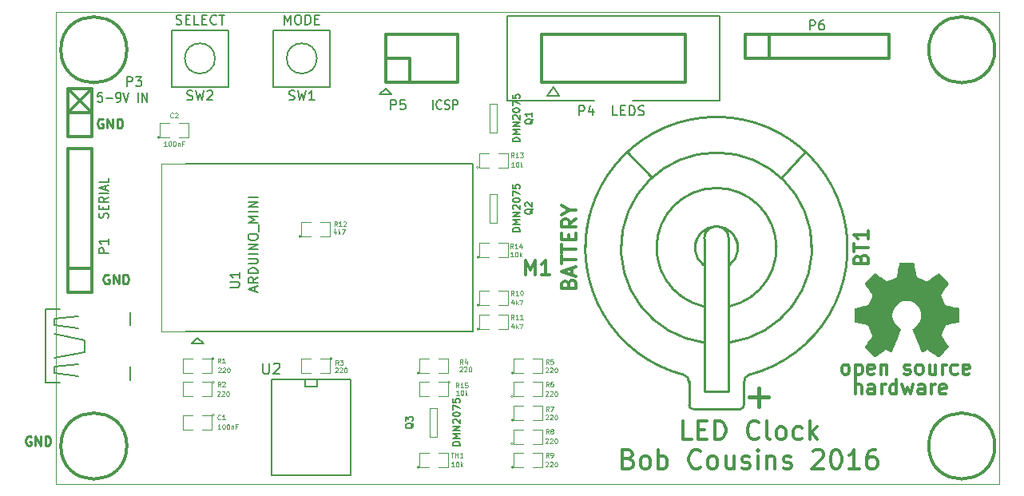
<source format=gto>
G04 (created by PCBNEW (2013-07-07 BZR 4022)-stable) date 31/12/2015 20:31:10*
%MOIN*%
G04 Gerber Fmt 3.4, Leading zero omitted, Abs format*
%FSLAX34Y34*%
G01*
G70*
G90*
G04 APERTURE LIST*
%ADD10C,0.00590551*%
%ADD11C,0.006*%
%ADD12C,0.00984252*%
%ADD13C,0.011811*%
%ADD14C,0.00393701*%
%ADD15C,0.0047*%
%ADD16C,0.012*%
%ADD17C,0.0039*%
%ADD18C,0.008*%
%ADD19C,0.01*%
%ADD20C,0.0157*%
%ADD21C,0.005*%
%ADD22C,0.0001*%
%ADD23C,0.0075*%
%ADD24C,0.0051*%
%ADD25C,0.0043*%
G04 APERTURE END LIST*
G54D10*
G54D11*
X14000Y16250D02*
X13750Y16500D01*
X13500Y16250D02*
X14000Y16250D01*
X13750Y16500D02*
X13500Y16250D01*
G54D12*
X-1049Y1965D02*
X-1087Y1984D01*
X-1143Y1984D01*
X-1199Y1965D01*
X-1237Y1928D01*
X-1256Y1890D01*
X-1274Y1815D01*
X-1274Y1759D01*
X-1256Y1684D01*
X-1237Y1646D01*
X-1199Y1609D01*
X-1143Y1590D01*
X-1106Y1590D01*
X-1049Y1609D01*
X-1031Y1628D01*
X-1031Y1759D01*
X-1106Y1759D01*
X-862Y1590D02*
X-862Y1984D01*
X-637Y1590D01*
X-637Y1984D01*
X-450Y1590D02*
X-450Y1984D01*
X-356Y1984D01*
X-300Y1965D01*
X-262Y1928D01*
X-243Y1890D01*
X-225Y1815D01*
X-225Y1759D01*
X-243Y1684D01*
X-262Y1646D01*
X-300Y1609D01*
X-356Y1590D01*
X-450Y1590D01*
X2200Y8715D02*
X2162Y8734D01*
X2106Y8734D01*
X2050Y8715D01*
X2012Y8678D01*
X1993Y8640D01*
X1975Y8565D01*
X1975Y8509D01*
X1993Y8434D01*
X2012Y8396D01*
X2050Y8359D01*
X2106Y8340D01*
X2143Y8340D01*
X2200Y8359D01*
X2218Y8378D01*
X2218Y8509D01*
X2143Y8509D01*
X2387Y8340D02*
X2387Y8734D01*
X2612Y8340D01*
X2612Y8734D01*
X2799Y8340D02*
X2799Y8734D01*
X2893Y8734D01*
X2949Y8715D01*
X2987Y8678D01*
X3006Y8640D01*
X3024Y8565D01*
X3024Y8509D01*
X3006Y8434D01*
X2987Y8396D01*
X2949Y8359D01*
X2893Y8340D01*
X2799Y8340D01*
X1950Y15215D02*
X1912Y15234D01*
X1856Y15234D01*
X1800Y15215D01*
X1762Y15178D01*
X1743Y15140D01*
X1725Y15065D01*
X1725Y15009D01*
X1743Y14934D01*
X1762Y14896D01*
X1800Y14859D01*
X1856Y14840D01*
X1893Y14840D01*
X1950Y14859D01*
X1968Y14878D01*
X1968Y15009D01*
X1893Y15009D01*
X2137Y14840D02*
X2137Y15234D01*
X2362Y14840D01*
X2362Y15234D01*
X2549Y14840D02*
X2549Y15234D01*
X2643Y15234D01*
X2699Y15215D01*
X2737Y15178D01*
X2756Y15140D01*
X2774Y15065D01*
X2774Y15009D01*
X2756Y14934D01*
X2737Y14896D01*
X2699Y14859D01*
X2643Y14840D01*
X2549Y14840D01*
G54D13*
X26518Y1846D02*
X26143Y1846D01*
X26143Y2634D01*
X26781Y2259D02*
X27043Y2259D01*
X27155Y1846D02*
X26781Y1846D01*
X26781Y2634D01*
X27155Y2634D01*
X27493Y1846D02*
X27493Y2634D01*
X27680Y2634D01*
X27793Y2596D01*
X27868Y2521D01*
X27905Y2446D01*
X27943Y2296D01*
X27943Y2184D01*
X27905Y2034D01*
X27868Y1959D01*
X27793Y1884D01*
X27680Y1846D01*
X27493Y1846D01*
X29330Y1921D02*
X29293Y1884D01*
X29180Y1846D01*
X29105Y1846D01*
X28993Y1884D01*
X28918Y1959D01*
X28880Y2034D01*
X28843Y2184D01*
X28843Y2296D01*
X28880Y2446D01*
X28918Y2521D01*
X28993Y2596D01*
X29105Y2634D01*
X29180Y2634D01*
X29293Y2596D01*
X29330Y2559D01*
X29780Y1846D02*
X29705Y1884D01*
X29668Y1959D01*
X29668Y2634D01*
X30193Y1846D02*
X30118Y1884D01*
X30080Y1921D01*
X30043Y1996D01*
X30043Y2221D01*
X30080Y2296D01*
X30118Y2334D01*
X30193Y2371D01*
X30305Y2371D01*
X30380Y2334D01*
X30418Y2296D01*
X30455Y2221D01*
X30455Y1996D01*
X30418Y1921D01*
X30380Y1884D01*
X30305Y1846D01*
X30193Y1846D01*
X31130Y1884D02*
X31055Y1846D01*
X30905Y1846D01*
X30830Y1884D01*
X30793Y1921D01*
X30755Y1996D01*
X30755Y2221D01*
X30793Y2296D01*
X30830Y2334D01*
X30905Y2371D01*
X31055Y2371D01*
X31130Y2334D01*
X31467Y1846D02*
X31467Y2634D01*
X31542Y2146D02*
X31767Y1846D01*
X31767Y2371D02*
X31467Y2071D01*
X23893Y1038D02*
X24006Y1001D01*
X24043Y963D01*
X24081Y888D01*
X24081Y776D01*
X24043Y701D01*
X24006Y663D01*
X23931Y626D01*
X23631Y626D01*
X23631Y1413D01*
X23893Y1413D01*
X23968Y1376D01*
X24006Y1338D01*
X24043Y1263D01*
X24043Y1188D01*
X24006Y1113D01*
X23968Y1076D01*
X23893Y1038D01*
X23631Y1038D01*
X24531Y626D02*
X24456Y663D01*
X24418Y701D01*
X24381Y776D01*
X24381Y1001D01*
X24418Y1076D01*
X24456Y1113D01*
X24531Y1151D01*
X24643Y1151D01*
X24718Y1113D01*
X24756Y1076D01*
X24793Y1001D01*
X24793Y776D01*
X24756Y701D01*
X24718Y663D01*
X24643Y626D01*
X24531Y626D01*
X25131Y626D02*
X25131Y1413D01*
X25131Y1113D02*
X25206Y1151D01*
X25356Y1151D01*
X25431Y1113D01*
X25468Y1076D01*
X25506Y1001D01*
X25506Y776D01*
X25468Y701D01*
X25431Y663D01*
X25356Y626D01*
X25206Y626D01*
X25131Y663D01*
X26893Y701D02*
X26856Y663D01*
X26743Y626D01*
X26668Y626D01*
X26556Y663D01*
X26481Y738D01*
X26443Y813D01*
X26406Y963D01*
X26406Y1076D01*
X26443Y1226D01*
X26481Y1301D01*
X26556Y1376D01*
X26668Y1413D01*
X26743Y1413D01*
X26856Y1376D01*
X26893Y1338D01*
X27343Y626D02*
X27268Y663D01*
X27230Y701D01*
X27193Y776D01*
X27193Y1001D01*
X27230Y1076D01*
X27268Y1113D01*
X27343Y1151D01*
X27455Y1151D01*
X27530Y1113D01*
X27568Y1076D01*
X27605Y1001D01*
X27605Y776D01*
X27568Y701D01*
X27530Y663D01*
X27455Y626D01*
X27343Y626D01*
X28280Y1151D02*
X28280Y626D01*
X27943Y1151D02*
X27943Y738D01*
X27980Y663D01*
X28055Y626D01*
X28168Y626D01*
X28243Y663D01*
X28280Y701D01*
X28618Y663D02*
X28693Y626D01*
X28843Y626D01*
X28918Y663D01*
X28955Y738D01*
X28955Y776D01*
X28918Y851D01*
X28843Y888D01*
X28730Y888D01*
X28655Y926D01*
X28618Y1001D01*
X28618Y1038D01*
X28655Y1113D01*
X28730Y1151D01*
X28843Y1151D01*
X28918Y1113D01*
X29293Y626D02*
X29293Y1151D01*
X29293Y1413D02*
X29255Y1376D01*
X29293Y1338D01*
X29330Y1376D01*
X29293Y1413D01*
X29293Y1338D01*
X29668Y1151D02*
X29668Y626D01*
X29668Y1076D02*
X29705Y1113D01*
X29780Y1151D01*
X29893Y1151D01*
X29968Y1113D01*
X30005Y1038D01*
X30005Y626D01*
X30343Y663D02*
X30418Y626D01*
X30568Y626D01*
X30643Y663D01*
X30680Y738D01*
X30680Y776D01*
X30643Y851D01*
X30568Y888D01*
X30455Y888D01*
X30380Y926D01*
X30343Y1001D01*
X30343Y1038D01*
X30380Y1113D01*
X30455Y1151D01*
X30568Y1151D01*
X30643Y1113D01*
X31580Y1338D02*
X31617Y1376D01*
X31692Y1413D01*
X31880Y1413D01*
X31955Y1376D01*
X31992Y1338D01*
X32030Y1263D01*
X32030Y1188D01*
X31992Y1076D01*
X31542Y626D01*
X32030Y626D01*
X32517Y1413D02*
X32592Y1413D01*
X32667Y1376D01*
X32705Y1338D01*
X32742Y1263D01*
X32780Y1113D01*
X32780Y926D01*
X32742Y776D01*
X32705Y701D01*
X32667Y663D01*
X32592Y626D01*
X32517Y626D01*
X32442Y663D01*
X32405Y701D01*
X32367Y776D01*
X32330Y926D01*
X32330Y1113D01*
X32367Y1263D01*
X32405Y1338D01*
X32442Y1376D01*
X32517Y1413D01*
X33530Y626D02*
X33080Y626D01*
X33305Y626D02*
X33305Y1413D01*
X33230Y1301D01*
X33155Y1226D01*
X33080Y1188D01*
X34205Y1413D02*
X34055Y1413D01*
X33980Y1376D01*
X33942Y1338D01*
X33867Y1226D01*
X33830Y1076D01*
X33830Y776D01*
X33867Y701D01*
X33905Y663D01*
X33980Y626D01*
X34130Y626D01*
X34205Y663D01*
X34242Y701D01*
X34280Y776D01*
X34280Y963D01*
X34242Y1038D01*
X34205Y1076D01*
X34130Y1113D01*
X33980Y1113D01*
X33905Y1076D01*
X33867Y1038D01*
X33830Y963D01*
G54D14*
X39370Y0D02*
X0Y0D01*
X39370Y19685D02*
X39370Y0D01*
X0Y19685D02*
X39370Y19685D01*
X0Y0D02*
X0Y19685D01*
G54D15*
X18100Y14650D02*
X18100Y15850D01*
X18100Y15850D02*
X18400Y15850D01*
X18400Y15850D02*
X18400Y14650D01*
X18400Y14650D02*
X18100Y14650D01*
X18100Y10900D02*
X18100Y12100D01*
X18100Y12100D02*
X18400Y12100D01*
X18400Y12100D02*
X18400Y10900D01*
X18400Y10900D02*
X18100Y10900D01*
X15598Y1959D02*
X15598Y3159D01*
X15598Y3159D02*
X15898Y3159D01*
X15898Y3159D02*
X15898Y1959D01*
X15898Y1959D02*
X15598Y1959D01*
G54D16*
X500Y9000D02*
X1500Y9000D01*
X1500Y8000D02*
X500Y8000D01*
X500Y8000D02*
X500Y14000D01*
X500Y14000D02*
X1500Y14000D01*
X1500Y14000D02*
X1500Y8000D01*
X1500Y15500D02*
X500Y15500D01*
X500Y15500D02*
X1500Y16500D01*
X500Y16500D02*
X1500Y15500D01*
X500Y14500D02*
X500Y16500D01*
X1500Y16500D02*
X1500Y14500D01*
X500Y16500D02*
X1500Y16500D01*
X1500Y14500D02*
X500Y14500D01*
X2952Y1574D02*
G75*
G03X2952Y1574I-1377J0D01*
G74*
G01*
X39173Y18110D02*
G75*
G03X39173Y18110I-1378J0D01*
G74*
G01*
X39173Y1574D02*
G75*
G03X39173Y1574I-1378J0D01*
G74*
G01*
X2952Y18110D02*
G75*
G03X2952Y18110I-1377J0D01*
G74*
G01*
G54D17*
X6605Y4237D02*
G75*
G03X6605Y4237I-50J0D01*
G74*
G01*
X6105Y4237D02*
X6505Y4237D01*
X6505Y4237D02*
X6505Y3637D01*
X6505Y3637D02*
X6105Y3637D01*
X5705Y3637D02*
X5305Y3637D01*
X5305Y3637D02*
X5305Y4237D01*
X5305Y4237D02*
X5705Y4237D01*
X6605Y5221D02*
G75*
G03X6605Y5221I-50J0D01*
G74*
G01*
X6105Y5221D02*
X6505Y5221D01*
X6505Y5221D02*
X6505Y4621D01*
X6505Y4621D02*
X6105Y4621D01*
X5705Y4621D02*
X5305Y4621D01*
X5305Y4621D02*
X5305Y5221D01*
X5305Y5221D02*
X5705Y5221D01*
X11526Y5221D02*
G75*
G03X11526Y5221I-50J0D01*
G74*
G01*
X11026Y5221D02*
X11426Y5221D01*
X11426Y5221D02*
X11426Y4621D01*
X11426Y4621D02*
X11026Y4621D01*
X10626Y4621D02*
X10226Y4621D01*
X10226Y4621D02*
X10226Y5221D01*
X10226Y5221D02*
X10626Y5221D01*
X15148Y4621D02*
G75*
G03X15148Y4621I-50J0D01*
G74*
G01*
X15548Y4621D02*
X15148Y4621D01*
X15148Y4621D02*
X15148Y5221D01*
X15148Y5221D02*
X15548Y5221D01*
X15948Y5221D02*
X16348Y5221D01*
X16348Y5221D02*
X16348Y4621D01*
X16348Y4621D02*
X15948Y4621D01*
X19085Y4621D02*
G75*
G03X19085Y4621I-50J0D01*
G74*
G01*
X19485Y4621D02*
X19085Y4621D01*
X19085Y4621D02*
X19085Y5221D01*
X19085Y5221D02*
X19485Y5221D01*
X19885Y5221D02*
X20285Y5221D01*
X20285Y5221D02*
X20285Y4621D01*
X20285Y4621D02*
X19885Y4621D01*
X19085Y3637D02*
G75*
G03X19085Y3637I-50J0D01*
G74*
G01*
X19485Y3637D02*
X19085Y3637D01*
X19085Y3637D02*
X19085Y4237D01*
X19085Y4237D02*
X19485Y4237D01*
X19885Y4237D02*
X20285Y4237D01*
X20285Y4237D02*
X20285Y3637D01*
X20285Y3637D02*
X19885Y3637D01*
X19085Y2652D02*
G75*
G03X19085Y2652I-50J0D01*
G74*
G01*
X19485Y2652D02*
X19085Y2652D01*
X19085Y2652D02*
X19085Y3252D01*
X19085Y3252D02*
X19485Y3252D01*
X19885Y3252D02*
X20285Y3252D01*
X20285Y3252D02*
X20285Y2652D01*
X20285Y2652D02*
X19885Y2652D01*
X19085Y1668D02*
G75*
G03X19085Y1668I-50J0D01*
G74*
G01*
X19485Y1668D02*
X19085Y1668D01*
X19085Y1668D02*
X19085Y2268D01*
X19085Y2268D02*
X19485Y2268D01*
X19885Y2268D02*
X20285Y2268D01*
X20285Y2268D02*
X20285Y1668D01*
X20285Y1668D02*
X19885Y1668D01*
X19085Y684D02*
G75*
G03X19085Y684I-50J0D01*
G74*
G01*
X19485Y684D02*
X19085Y684D01*
X19085Y684D02*
X19085Y1284D01*
X19085Y1284D02*
X19485Y1284D01*
X19885Y1284D02*
X20285Y1284D01*
X20285Y1284D02*
X20285Y684D01*
X20285Y684D02*
X19885Y684D01*
X17650Y7450D02*
G75*
G03X17650Y7450I-50J0D01*
G74*
G01*
X18050Y7450D02*
X17650Y7450D01*
X17650Y7450D02*
X17650Y8050D01*
X17650Y8050D02*
X18050Y8050D01*
X18450Y8050D02*
X18850Y8050D01*
X18850Y8050D02*
X18850Y7450D01*
X18850Y7450D02*
X18450Y7450D01*
X17650Y6450D02*
G75*
G03X17650Y6450I-50J0D01*
G74*
G01*
X18050Y6450D02*
X17650Y6450D01*
X17650Y6450D02*
X17650Y7050D01*
X17650Y7050D02*
X18050Y7050D01*
X18450Y7050D02*
X18850Y7050D01*
X18850Y7050D02*
X18850Y6450D01*
X18850Y6450D02*
X18450Y6450D01*
G54D18*
X20750Y16550D02*
X21000Y16200D01*
X21000Y16200D02*
X20500Y16200D01*
X20750Y16550D02*
X20500Y16200D01*
X21951Y15978D02*
X22463Y15978D01*
X26237Y15978D02*
X27686Y15978D01*
X26237Y19522D02*
X27686Y19522D01*
G54D16*
X26250Y16750D02*
X25250Y16750D01*
X25250Y18750D02*
X26250Y18750D01*
G54D18*
X24048Y15978D02*
X27198Y15978D01*
X27687Y15978D02*
X27687Y19522D01*
X26687Y19522D02*
X18813Y19522D01*
X18813Y19522D02*
X18813Y17750D01*
X18813Y17750D02*
X18813Y15978D01*
X18813Y15978D02*
X21963Y15978D01*
G54D16*
X20250Y18750D02*
X25250Y18750D01*
X26250Y18750D02*
X26250Y16750D01*
X25250Y16750D02*
X20250Y16750D01*
X20250Y16750D02*
X20250Y18750D01*
G54D17*
X6605Y2859D02*
G75*
G03X6605Y2859I-50J0D01*
G74*
G01*
X6105Y2859D02*
X6505Y2859D01*
X6505Y2859D02*
X6505Y2259D01*
X6505Y2259D02*
X6105Y2259D01*
X5705Y2259D02*
X5305Y2259D01*
X5305Y2259D02*
X5305Y2859D01*
X5305Y2859D02*
X5705Y2859D01*
G54D19*
X30259Y12767D02*
X31269Y13852D01*
X24859Y12772D02*
X23839Y13837D01*
X28909Y4542D02*
G75*
G03X32858Y11193I-1350J5299D01*
G74*
G01*
X22259Y11213D02*
G75*
G03X26188Y4542I5299J-1370D01*
G74*
G01*
X28704Y3277D02*
X28704Y4272D01*
X26414Y3277D02*
X26414Y4272D01*
X27559Y15307D02*
G75*
G03X22094Y9842I0J-5465D01*
G74*
G01*
X33024Y9842D02*
G75*
G03X27559Y15307I-5465J0D01*
G74*
G01*
X28099Y9122D02*
G75*
G03X28278Y10382I-540J719D01*
G74*
G01*
X26839Y10382D02*
G75*
G03X27018Y9122I719J-540D01*
G74*
G01*
X27559Y10742D02*
G75*
G03X26659Y9842I0J-900D01*
G74*
G01*
X28459Y9842D02*
G75*
G03X27559Y10742I-900J0D01*
G74*
G01*
X25119Y10383D02*
G75*
G03X27018Y7402I2439J-540D01*
G74*
G01*
X28108Y7402D02*
G75*
G03X29999Y10392I-549J2440D01*
G74*
G01*
X27559Y12342D02*
G75*
G03X25059Y9842I0J-2500D01*
G74*
G01*
X30059Y9851D02*
G75*
G03X27550Y12342I-2500J-8D01*
G74*
G01*
X28086Y5892D02*
G75*
G03X31509Y10369I-527J3950D01*
G74*
G01*
X23608Y10369D02*
G75*
G03X27031Y5892I3950J-527D01*
G74*
G01*
X27559Y13822D02*
G75*
G03X23579Y9842I0J-3980D01*
G74*
G01*
X31539Y9842D02*
G75*
G03X27559Y13822I-3980J0D01*
G74*
G01*
X28559Y3117D02*
X26579Y3117D01*
X27047Y3858D02*
X27047Y10236D01*
X28071Y10236D02*
X28071Y3858D01*
X28958Y4562D02*
G75*
G03X28709Y4212I50J-299D01*
G74*
G01*
X26409Y4212D02*
G75*
G03X26159Y4562I-299J50D01*
G74*
G01*
G54D20*
X29334Y4000D02*
X29334Y3212D01*
X28939Y3605D02*
X29728Y3605D01*
G54D19*
X27559Y10748D02*
G75*
G03X27047Y10236I0J-512D01*
G74*
G01*
X28071Y10236D02*
G75*
G03X27559Y10748I-512J0D01*
G74*
G01*
X28071Y3855D02*
X27047Y3855D01*
X26414Y3278D02*
G75*
G03X26572Y3120I158J0D01*
G74*
G01*
X28546Y3120D02*
G75*
G03X28704Y3278I0J158D01*
G74*
G01*
G54D21*
X8979Y362D02*
X8979Y4362D01*
X8979Y4362D02*
X12279Y4362D01*
X12279Y4362D02*
X12279Y362D01*
X12279Y362D02*
X8979Y362D01*
X10879Y4362D02*
X10879Y4062D01*
X10879Y4062D02*
X10379Y4062D01*
X10379Y4062D02*
X10379Y4362D01*
G54D17*
X10226Y10329D02*
G75*
G03X10226Y10329I-50J0D01*
G74*
G01*
X10626Y10329D02*
X10226Y10329D01*
X10226Y10329D02*
X10226Y10929D01*
X10226Y10929D02*
X10626Y10929D01*
X11026Y10929D02*
X11426Y10929D01*
X11426Y10929D02*
X11426Y10329D01*
X11426Y10329D02*
X11026Y10329D01*
X15148Y684D02*
G75*
G03X15148Y684I-50J0D01*
G74*
G01*
X15548Y684D02*
X15148Y684D01*
X15148Y684D02*
X15148Y1284D01*
X15148Y1284D02*
X15548Y1284D01*
X15948Y1284D02*
X16348Y1284D01*
X16348Y1284D02*
X16348Y684D01*
X16348Y684D02*
X15948Y684D01*
X4321Y14463D02*
G75*
G03X4321Y14463I-50J0D01*
G74*
G01*
X4721Y14463D02*
X4321Y14463D01*
X4321Y14463D02*
X4321Y15063D01*
X4321Y15063D02*
X4721Y15063D01*
X5121Y15063D02*
X5521Y15063D01*
X5521Y15063D02*
X5521Y14463D01*
X5521Y14463D02*
X5121Y14463D01*
G54D16*
X13750Y18750D02*
X16750Y18750D01*
X16750Y18750D02*
X16750Y16750D01*
X16750Y16750D02*
X13750Y16750D01*
X13750Y17750D02*
X14750Y17750D01*
X14750Y17750D02*
X14750Y16750D01*
X13750Y18750D02*
X13750Y16750D01*
G54D22*
G36*
X34172Y5282D02*
X34195Y5294D01*
X34246Y5326D01*
X34319Y5374D01*
X34406Y5432D01*
X34493Y5491D01*
X34564Y5539D01*
X34614Y5571D01*
X34635Y5582D01*
X34646Y5578D01*
X34687Y5558D01*
X34747Y5527D01*
X34782Y5509D01*
X34837Y5486D01*
X34864Y5481D01*
X34869Y5488D01*
X34889Y5530D01*
X34920Y5602D01*
X34962Y5697D01*
X35009Y5808D01*
X35060Y5928D01*
X35111Y6050D01*
X35159Y6167D01*
X35202Y6272D01*
X35236Y6357D01*
X35259Y6416D01*
X35267Y6442D01*
X35265Y6447D01*
X35237Y6474D01*
X35189Y6510D01*
X35086Y6594D01*
X34983Y6722D01*
X34921Y6867D01*
X34900Y7028D01*
X34918Y7178D01*
X34977Y7322D01*
X35077Y7451D01*
X35198Y7547D01*
X35340Y7608D01*
X35500Y7627D01*
X35653Y7610D01*
X35799Y7552D01*
X35929Y7454D01*
X35983Y7391D01*
X36058Y7260D01*
X36101Y7120D01*
X36106Y7084D01*
X36099Y6930D01*
X36054Y6783D01*
X35973Y6651D01*
X35860Y6543D01*
X35846Y6532D01*
X35793Y6493D01*
X35758Y6466D01*
X35731Y6444D01*
X35927Y5972D01*
X35958Y5897D01*
X36012Y5768D01*
X36059Y5657D01*
X36097Y5569D01*
X36123Y5510D01*
X36135Y5486D01*
X36136Y5485D01*
X36153Y5482D01*
X36189Y5495D01*
X36255Y5527D01*
X36299Y5549D01*
X36349Y5573D01*
X36371Y5582D01*
X36390Y5572D01*
X36438Y5541D01*
X36508Y5494D01*
X36593Y5436D01*
X36673Y5382D01*
X36747Y5333D01*
X36801Y5299D01*
X36827Y5285D01*
X36831Y5285D01*
X36854Y5298D01*
X36896Y5333D01*
X36961Y5394D01*
X37052Y5484D01*
X37066Y5497D01*
X37140Y5573D01*
X37201Y5637D01*
X37242Y5682D01*
X37256Y5703D01*
X37256Y5703D01*
X37243Y5729D01*
X37209Y5782D01*
X37160Y5857D01*
X37100Y5945D01*
X36944Y6172D01*
X37030Y6386D01*
X37056Y6451D01*
X37090Y6531D01*
X37115Y6588D01*
X37127Y6613D01*
X37151Y6621D01*
X37209Y6635D01*
X37294Y6653D01*
X37396Y6672D01*
X37492Y6689D01*
X37579Y6706D01*
X37643Y6718D01*
X37671Y6724D01*
X37678Y6728D01*
X37683Y6741D01*
X37687Y6771D01*
X37689Y6824D01*
X37690Y6908D01*
X37690Y7028D01*
X37690Y7041D01*
X37689Y7157D01*
X37687Y7248D01*
X37684Y7309D01*
X37680Y7332D01*
X37680Y7333D01*
X37653Y7339D01*
X37591Y7352D01*
X37504Y7369D01*
X37400Y7389D01*
X37393Y7390D01*
X37290Y7410D01*
X37203Y7428D01*
X37142Y7442D01*
X37116Y7450D01*
X37111Y7458D01*
X37090Y7498D01*
X37060Y7562D01*
X37026Y7641D01*
X36992Y7722D01*
X36963Y7795D01*
X36943Y7850D01*
X36937Y7875D01*
X36938Y7875D01*
X36953Y7900D01*
X36989Y7954D01*
X37039Y8029D01*
X37100Y8117D01*
X37104Y8123D01*
X37164Y8211D01*
X37212Y8285D01*
X37244Y8338D01*
X37256Y8362D01*
X37256Y8363D01*
X37236Y8389D01*
X37192Y8439D01*
X37128Y8506D01*
X37051Y8583D01*
X37027Y8607D01*
X36942Y8690D01*
X36882Y8745D01*
X36846Y8774D01*
X36828Y8780D01*
X36827Y8780D01*
X36801Y8764D01*
X36746Y8728D01*
X36671Y8677D01*
X36582Y8616D01*
X36576Y8612D01*
X36488Y8553D01*
X36415Y8503D01*
X36363Y8469D01*
X36341Y8455D01*
X36337Y8455D01*
X36301Y8466D01*
X36239Y8488D01*
X36162Y8517D01*
X36081Y8550D01*
X36008Y8581D01*
X35952Y8606D01*
X35926Y8621D01*
X35926Y8622D01*
X35916Y8653D01*
X35901Y8719D01*
X35883Y8809D01*
X35862Y8916D01*
X35859Y8934D01*
X35839Y9038D01*
X35822Y9124D01*
X35810Y9184D01*
X35804Y9208D01*
X35789Y9212D01*
X35738Y9216D01*
X35660Y9218D01*
X35566Y9219D01*
X35467Y9218D01*
X35370Y9216D01*
X35287Y9213D01*
X35228Y9209D01*
X35204Y9204D01*
X35203Y9203D01*
X35194Y9170D01*
X35179Y9105D01*
X35161Y9014D01*
X35140Y8906D01*
X35136Y8887D01*
X35117Y8783D01*
X35099Y8698D01*
X35087Y8639D01*
X35080Y8616D01*
X35071Y8611D01*
X35028Y8592D01*
X34958Y8563D01*
X34872Y8528D01*
X34671Y8447D01*
X34425Y8616D01*
X34402Y8631D01*
X34314Y8691D01*
X34241Y8740D01*
X34191Y8772D01*
X34170Y8784D01*
X34168Y8783D01*
X34144Y8762D01*
X34095Y8716D01*
X34028Y8651D01*
X33951Y8574D01*
X33894Y8517D01*
X33826Y8448D01*
X33783Y8402D01*
X33760Y8372D01*
X33751Y8354D01*
X33753Y8342D01*
X33769Y8317D01*
X33805Y8263D01*
X33856Y8188D01*
X33916Y8101D01*
X33965Y8029D01*
X34018Y7946D01*
X34053Y7887D01*
X34065Y7858D01*
X34062Y7846D01*
X34045Y7798D01*
X34016Y7725D01*
X33979Y7639D01*
X33893Y7444D01*
X33766Y7419D01*
X33688Y7405D01*
X33580Y7384D01*
X33477Y7364D01*
X33315Y7333D01*
X33309Y6739D01*
X33334Y6728D01*
X33358Y6722D01*
X33418Y6708D01*
X33504Y6691D01*
X33604Y6672D01*
X33690Y6656D01*
X33777Y6640D01*
X33839Y6628D01*
X33867Y6622D01*
X33874Y6613D01*
X33895Y6571D01*
X33926Y6504D01*
X33960Y6424D01*
X33995Y6341D01*
X34025Y6264D01*
X34047Y6206D01*
X34055Y6175D01*
X34043Y6153D01*
X34010Y6102D01*
X33962Y6029D01*
X33904Y5943D01*
X33845Y5857D01*
X33795Y5784D01*
X33761Y5731D01*
X33746Y5707D01*
X33753Y5690D01*
X33788Y5649D01*
X33853Y5581D01*
X33949Y5486D01*
X33965Y5471D01*
X34042Y5397D01*
X34107Y5337D01*
X34152Y5297D01*
X34172Y5282D01*
X34172Y5282D01*
G37*
G54D17*
X17650Y13200D02*
G75*
G03X17650Y13200I-50J0D01*
G74*
G01*
X18050Y13200D02*
X17650Y13200D01*
X17650Y13200D02*
X17650Y13800D01*
X17650Y13800D02*
X18050Y13800D01*
X18450Y13800D02*
X18850Y13800D01*
X18850Y13800D02*
X18850Y13200D01*
X18850Y13200D02*
X18450Y13200D01*
X17650Y9450D02*
G75*
G03X17650Y9450I-50J0D01*
G74*
G01*
X18050Y9450D02*
X17650Y9450D01*
X17650Y9450D02*
X17650Y10050D01*
X17650Y10050D02*
X18050Y10050D01*
X18450Y10050D02*
X18850Y10050D01*
X18850Y10050D02*
X18850Y9450D01*
X18850Y9450D02*
X18450Y9450D01*
X16448Y4237D02*
G75*
G03X16448Y4237I-50J0D01*
G74*
G01*
X15948Y4237D02*
X16348Y4237D01*
X16348Y4237D02*
X16348Y3637D01*
X16348Y3637D02*
X15948Y3637D01*
X15548Y3637D02*
X15148Y3637D01*
X15148Y3637D02*
X15148Y4237D01*
X15148Y4237D02*
X15548Y4237D01*
G54D21*
X10881Y17750D02*
G75*
G03X10881Y17750I-630J0D01*
G74*
G01*
X11432Y16569D02*
X11432Y18931D01*
X11431Y18931D02*
X9069Y18931D01*
X9069Y18930D02*
X9069Y16568D01*
X9069Y16569D02*
X11431Y16569D01*
X6631Y17750D02*
G75*
G03X6631Y17750I-630J0D01*
G74*
G01*
X7182Y16569D02*
X7182Y18931D01*
X7181Y18931D02*
X4819Y18931D01*
X4819Y18930D02*
X4819Y16568D01*
X4819Y16569D02*
X7181Y16569D01*
G54D14*
X5400Y6350D02*
X4400Y6350D01*
X4400Y6350D02*
X4400Y13350D01*
X4400Y13350D02*
X5400Y13350D01*
G54D10*
X5900Y6100D02*
X5650Y5850D01*
X5650Y5850D02*
X6150Y5850D01*
X6150Y5850D02*
X5900Y6100D01*
X5400Y13350D02*
X17400Y13350D01*
X17400Y13350D02*
X17400Y6350D01*
X17400Y6350D02*
X5400Y6350D01*
G54D16*
X28750Y17750D02*
X28750Y18750D01*
X28750Y18750D02*
X34750Y18750D01*
X34750Y18750D02*
X34750Y17750D01*
X34750Y17750D02*
X28750Y17750D01*
X29750Y17750D02*
X29750Y18750D01*
G54D10*
X3088Y6616D02*
X3088Y7167D01*
X3088Y4332D02*
X3088Y4883D01*
G54D23*
X-455Y4215D02*
X175Y4215D01*
X-455Y7285D02*
X175Y7285D01*
X-455Y4215D02*
X-455Y7285D01*
G54D21*
X-66Y6250D02*
X1184Y6000D01*
X1184Y6000D02*
X1184Y5500D01*
X1184Y5500D02*
X-66Y5250D01*
X934Y4500D02*
X-66Y4625D01*
X-66Y4625D02*
X-66Y4875D01*
X-66Y4875D02*
X934Y5000D01*
X934Y7000D02*
X-66Y6875D01*
X-66Y6875D02*
X-66Y6625D01*
X-66Y6625D02*
X934Y6500D01*
G54D24*
X19900Y15221D02*
X19885Y15192D01*
X19857Y15164D01*
X19814Y15121D01*
X19800Y15092D01*
X19800Y15064D01*
X19871Y15078D02*
X19857Y15050D01*
X19828Y15021D01*
X19771Y15007D01*
X19671Y15007D01*
X19614Y15021D01*
X19585Y15050D01*
X19571Y15078D01*
X19571Y15135D01*
X19585Y15164D01*
X19614Y15192D01*
X19671Y15207D01*
X19771Y15207D01*
X19828Y15192D01*
X19857Y15164D01*
X19871Y15135D01*
X19871Y15078D01*
X19871Y15492D02*
X19871Y15321D01*
X19871Y15407D02*
X19571Y15407D01*
X19614Y15378D01*
X19642Y15350D01*
X19657Y15321D01*
X19355Y14271D02*
X19055Y14271D01*
X19055Y14342D01*
X19069Y14385D01*
X19098Y14414D01*
X19127Y14428D01*
X19184Y14442D01*
X19227Y14442D01*
X19284Y14428D01*
X19312Y14414D01*
X19341Y14385D01*
X19355Y14342D01*
X19355Y14271D01*
X19355Y14571D02*
X19055Y14571D01*
X19269Y14671D01*
X19055Y14771D01*
X19355Y14771D01*
X19355Y14914D02*
X19055Y14914D01*
X19355Y15085D01*
X19055Y15085D01*
X19084Y15214D02*
X19069Y15228D01*
X19055Y15257D01*
X19055Y15328D01*
X19069Y15357D01*
X19084Y15371D01*
X19112Y15385D01*
X19141Y15385D01*
X19184Y15371D01*
X19355Y15200D01*
X19355Y15385D01*
X19055Y15571D02*
X19055Y15600D01*
X19069Y15628D01*
X19084Y15642D01*
X19112Y15657D01*
X19169Y15671D01*
X19241Y15671D01*
X19298Y15657D01*
X19327Y15642D01*
X19341Y15628D01*
X19355Y15600D01*
X19355Y15571D01*
X19341Y15542D01*
X19327Y15528D01*
X19298Y15514D01*
X19241Y15500D01*
X19169Y15500D01*
X19112Y15514D01*
X19084Y15528D01*
X19069Y15542D01*
X19055Y15571D01*
X19055Y15771D02*
X19055Y15971D01*
X19355Y15842D01*
X19055Y16228D02*
X19055Y16085D01*
X19198Y16071D01*
X19184Y16085D01*
X19169Y16114D01*
X19169Y16185D01*
X19184Y16214D01*
X19198Y16228D01*
X19227Y16242D01*
X19298Y16242D01*
X19327Y16228D01*
X19341Y16214D01*
X19355Y16185D01*
X19355Y16114D01*
X19341Y16085D01*
X19327Y16071D01*
X19900Y11471D02*
X19885Y11442D01*
X19857Y11414D01*
X19814Y11371D01*
X19800Y11342D01*
X19800Y11314D01*
X19871Y11328D02*
X19857Y11300D01*
X19828Y11271D01*
X19771Y11257D01*
X19671Y11257D01*
X19614Y11271D01*
X19585Y11300D01*
X19571Y11328D01*
X19571Y11385D01*
X19585Y11414D01*
X19614Y11442D01*
X19671Y11457D01*
X19771Y11457D01*
X19828Y11442D01*
X19857Y11414D01*
X19871Y11385D01*
X19871Y11328D01*
X19600Y11571D02*
X19585Y11585D01*
X19571Y11614D01*
X19571Y11685D01*
X19585Y11714D01*
X19600Y11728D01*
X19628Y11742D01*
X19657Y11742D01*
X19700Y11728D01*
X19871Y11557D01*
X19871Y11742D01*
X19355Y10521D02*
X19055Y10521D01*
X19055Y10592D01*
X19069Y10635D01*
X19098Y10664D01*
X19127Y10678D01*
X19184Y10692D01*
X19227Y10692D01*
X19284Y10678D01*
X19312Y10664D01*
X19341Y10635D01*
X19355Y10592D01*
X19355Y10521D01*
X19355Y10821D02*
X19055Y10821D01*
X19269Y10921D01*
X19055Y11021D01*
X19355Y11021D01*
X19355Y11164D02*
X19055Y11164D01*
X19355Y11335D01*
X19055Y11335D01*
X19084Y11464D02*
X19069Y11478D01*
X19055Y11507D01*
X19055Y11578D01*
X19069Y11607D01*
X19084Y11621D01*
X19112Y11635D01*
X19141Y11635D01*
X19184Y11621D01*
X19355Y11450D01*
X19355Y11635D01*
X19055Y11821D02*
X19055Y11850D01*
X19069Y11878D01*
X19084Y11892D01*
X19112Y11907D01*
X19169Y11921D01*
X19241Y11921D01*
X19298Y11907D01*
X19327Y11892D01*
X19341Y11878D01*
X19355Y11850D01*
X19355Y11821D01*
X19341Y11792D01*
X19327Y11778D01*
X19298Y11764D01*
X19241Y11750D01*
X19169Y11750D01*
X19112Y11764D01*
X19084Y11778D01*
X19069Y11792D01*
X19055Y11821D01*
X19055Y12021D02*
X19055Y12221D01*
X19355Y12092D01*
X19055Y12478D02*
X19055Y12335D01*
X19198Y12321D01*
X19184Y12335D01*
X19169Y12364D01*
X19169Y12435D01*
X19184Y12464D01*
X19198Y12478D01*
X19227Y12492D01*
X19298Y12492D01*
X19327Y12478D01*
X19341Y12464D01*
X19355Y12435D01*
X19355Y12364D01*
X19341Y12335D01*
X19327Y12321D01*
X14913Y2530D02*
X14899Y2501D01*
X14870Y2473D01*
X14828Y2430D01*
X14813Y2401D01*
X14813Y2373D01*
X14885Y2387D02*
X14870Y2359D01*
X14842Y2330D01*
X14785Y2316D01*
X14685Y2316D01*
X14628Y2330D01*
X14599Y2359D01*
X14585Y2387D01*
X14585Y2444D01*
X14599Y2473D01*
X14628Y2501D01*
X14685Y2516D01*
X14785Y2516D01*
X14842Y2501D01*
X14870Y2473D01*
X14885Y2444D01*
X14885Y2387D01*
X14585Y2616D02*
X14585Y2801D01*
X14699Y2701D01*
X14699Y2744D01*
X14713Y2773D01*
X14728Y2787D01*
X14756Y2801D01*
X14828Y2801D01*
X14856Y2787D01*
X14870Y2773D01*
X14885Y2744D01*
X14885Y2659D01*
X14870Y2630D01*
X14856Y2616D01*
X16853Y1580D02*
X16553Y1580D01*
X16553Y1651D01*
X16567Y1694D01*
X16596Y1723D01*
X16625Y1737D01*
X16682Y1751D01*
X16725Y1751D01*
X16782Y1737D01*
X16810Y1723D01*
X16839Y1694D01*
X16853Y1651D01*
X16853Y1580D01*
X16853Y1880D02*
X16553Y1880D01*
X16767Y1980D01*
X16553Y2080D01*
X16853Y2080D01*
X16853Y2223D02*
X16553Y2223D01*
X16853Y2394D01*
X16553Y2394D01*
X16582Y2523D02*
X16567Y2537D01*
X16553Y2566D01*
X16553Y2637D01*
X16567Y2666D01*
X16582Y2680D01*
X16610Y2694D01*
X16639Y2694D01*
X16682Y2680D01*
X16853Y2509D01*
X16853Y2694D01*
X16553Y2880D02*
X16553Y2909D01*
X16567Y2937D01*
X16582Y2951D01*
X16610Y2966D01*
X16667Y2980D01*
X16739Y2980D01*
X16796Y2966D01*
X16825Y2951D01*
X16839Y2937D01*
X16853Y2909D01*
X16853Y2880D01*
X16839Y2851D01*
X16825Y2837D01*
X16796Y2823D01*
X16739Y2809D01*
X16667Y2809D01*
X16610Y2823D01*
X16582Y2837D01*
X16567Y2851D01*
X16553Y2880D01*
X16553Y3080D02*
X16553Y3280D01*
X16853Y3151D01*
X16553Y3537D02*
X16553Y3394D01*
X16696Y3380D01*
X16682Y3394D01*
X16667Y3423D01*
X16667Y3494D01*
X16682Y3523D01*
X16696Y3537D01*
X16725Y3551D01*
X16796Y3551D01*
X16825Y3537D01*
X16839Y3523D01*
X16853Y3494D01*
X16853Y3423D01*
X16839Y3394D01*
X16825Y3380D01*
G54D18*
X2177Y9612D02*
X1777Y9612D01*
X1777Y9764D01*
X1796Y9802D01*
X1815Y9821D01*
X1853Y9840D01*
X1910Y9840D01*
X1949Y9821D01*
X1968Y9802D01*
X1987Y9764D01*
X1987Y9612D01*
X2177Y10221D02*
X2177Y9993D01*
X2177Y10107D02*
X1777Y10107D01*
X1834Y10069D01*
X1872Y10031D01*
X1891Y9993D01*
X2158Y11099D02*
X2177Y11149D01*
X2177Y11232D01*
X2158Y11265D01*
X2139Y11282D01*
X2101Y11299D01*
X2063Y11299D01*
X2025Y11282D01*
X2006Y11265D01*
X1987Y11232D01*
X1968Y11165D01*
X1949Y11132D01*
X1930Y11115D01*
X1891Y11099D01*
X1853Y11099D01*
X1815Y11115D01*
X1796Y11132D01*
X1777Y11165D01*
X1777Y11249D01*
X1796Y11299D01*
X1968Y11449D02*
X1968Y11565D01*
X2177Y11615D02*
X2177Y11449D01*
X1777Y11449D01*
X1777Y11615D01*
X2177Y11965D02*
X1987Y11849D01*
X2177Y11765D02*
X1777Y11765D01*
X1777Y11899D01*
X1796Y11932D01*
X1815Y11949D01*
X1853Y11965D01*
X1910Y11965D01*
X1949Y11949D01*
X1968Y11932D01*
X1987Y11899D01*
X1987Y11765D01*
X2177Y12115D02*
X1777Y12115D01*
X2063Y12265D02*
X2063Y12432D01*
X2177Y12232D02*
X1777Y12349D01*
X2177Y12465D01*
X2177Y12749D02*
X2177Y12582D01*
X1777Y12582D01*
X2954Y16588D02*
X2954Y16988D01*
X3107Y16988D01*
X3145Y16969D01*
X3164Y16950D01*
X3183Y16911D01*
X3183Y16854D01*
X3164Y16816D01*
X3145Y16797D01*
X3107Y16778D01*
X2954Y16778D01*
X3316Y16988D02*
X3564Y16988D01*
X3430Y16835D01*
X3488Y16835D01*
X3526Y16816D01*
X3545Y16797D01*
X3564Y16759D01*
X3564Y16664D01*
X3545Y16626D01*
X3526Y16607D01*
X3488Y16588D01*
X3373Y16588D01*
X3335Y16607D01*
X3316Y16626D01*
X1921Y16328D02*
X1754Y16328D01*
X1738Y16138D01*
X1754Y16157D01*
X1788Y16176D01*
X1871Y16176D01*
X1904Y16157D01*
X1921Y16138D01*
X1938Y16100D01*
X1938Y16004D01*
X1921Y15966D01*
X1904Y15947D01*
X1871Y15928D01*
X1788Y15928D01*
X1754Y15947D01*
X1738Y15966D01*
X2088Y16081D02*
X2354Y16081D01*
X2538Y15928D02*
X2604Y15928D01*
X2638Y15947D01*
X2654Y15966D01*
X2688Y16023D01*
X2704Y16100D01*
X2704Y16252D01*
X2688Y16290D01*
X2671Y16309D01*
X2638Y16328D01*
X2571Y16328D01*
X2538Y16309D01*
X2521Y16290D01*
X2504Y16252D01*
X2504Y16157D01*
X2521Y16119D01*
X2538Y16100D01*
X2571Y16081D01*
X2638Y16081D01*
X2671Y16100D01*
X2688Y16119D01*
X2704Y16157D01*
X2804Y16328D02*
X2921Y15928D01*
X3038Y16328D01*
X3421Y15928D02*
X3421Y16328D01*
X3588Y15928D02*
X3588Y16328D01*
X3788Y15928D01*
X3788Y16328D01*
G54D16*
X19593Y8733D02*
X19593Y9333D01*
X19793Y8904D01*
X19993Y9333D01*
X19993Y8733D01*
X20593Y8733D02*
X20250Y8733D01*
X20421Y8733D02*
X20421Y9333D01*
X20364Y9247D01*
X20307Y9190D01*
X20250Y9162D01*
G54D25*
X6856Y5038D02*
X6791Y5132D01*
X6744Y5038D02*
X6744Y5235D01*
X6819Y5235D01*
X6838Y5225D01*
X6847Y5216D01*
X6856Y5197D01*
X6856Y5169D01*
X6847Y5150D01*
X6838Y5141D01*
X6819Y5132D01*
X6744Y5132D01*
X7044Y5038D02*
X6931Y5038D01*
X6988Y5038D02*
X6988Y5235D01*
X6969Y5207D01*
X6950Y5188D01*
X6931Y5179D01*
X6724Y3838D02*
X6733Y3848D01*
X6752Y3857D01*
X6799Y3857D01*
X6818Y3848D01*
X6827Y3838D01*
X6837Y3819D01*
X6837Y3801D01*
X6827Y3772D01*
X6715Y3660D01*
X6837Y3660D01*
X6912Y3838D02*
X6921Y3848D01*
X6940Y3857D01*
X6987Y3857D01*
X7006Y3848D01*
X7015Y3838D01*
X7024Y3819D01*
X7024Y3801D01*
X7015Y3772D01*
X6902Y3660D01*
X7024Y3660D01*
X7146Y3857D02*
X7165Y3857D01*
X7184Y3848D01*
X7193Y3838D01*
X7203Y3819D01*
X7212Y3782D01*
X7212Y3735D01*
X7203Y3697D01*
X7193Y3679D01*
X7184Y3669D01*
X7165Y3660D01*
X7146Y3660D01*
X7127Y3669D01*
X7118Y3679D01*
X7109Y3697D01*
X7099Y3735D01*
X7099Y3782D01*
X7109Y3819D01*
X7118Y3838D01*
X7127Y3848D01*
X7146Y3857D01*
X6856Y4054D02*
X6791Y4147D01*
X6744Y4054D02*
X6744Y4251D01*
X6819Y4251D01*
X6838Y4241D01*
X6847Y4232D01*
X6856Y4213D01*
X6856Y4185D01*
X6847Y4166D01*
X6838Y4157D01*
X6819Y4147D01*
X6744Y4147D01*
X6931Y4232D02*
X6941Y4241D01*
X6960Y4251D01*
X7007Y4251D01*
X7025Y4241D01*
X7035Y4232D01*
X7044Y4213D01*
X7044Y4194D01*
X7035Y4166D01*
X6922Y4054D01*
X7044Y4054D01*
X6763Y4822D02*
X6773Y4832D01*
X6792Y4841D01*
X6839Y4841D01*
X6857Y4832D01*
X6867Y4822D01*
X6876Y4804D01*
X6876Y4785D01*
X6867Y4757D01*
X6754Y4644D01*
X6876Y4644D01*
X6951Y4822D02*
X6960Y4832D01*
X6979Y4841D01*
X7026Y4841D01*
X7045Y4832D01*
X7054Y4822D01*
X7064Y4804D01*
X7064Y4785D01*
X7054Y4757D01*
X6942Y4644D01*
X7064Y4644D01*
X7186Y4841D02*
X7204Y4841D01*
X7223Y4832D01*
X7233Y4822D01*
X7242Y4804D01*
X7251Y4766D01*
X7251Y4719D01*
X7242Y4682D01*
X7233Y4663D01*
X7223Y4654D01*
X7204Y4644D01*
X7186Y4644D01*
X7167Y4654D01*
X7157Y4663D01*
X7148Y4682D01*
X7139Y4719D01*
X7139Y4766D01*
X7148Y4804D01*
X7157Y4822D01*
X7167Y4832D01*
X7186Y4841D01*
X11778Y4959D02*
X11712Y5053D01*
X11665Y4959D02*
X11665Y5156D01*
X11740Y5156D01*
X11759Y5147D01*
X11768Y5137D01*
X11778Y5119D01*
X11778Y5090D01*
X11768Y5072D01*
X11759Y5062D01*
X11740Y5053D01*
X11665Y5053D01*
X11843Y5156D02*
X11965Y5156D01*
X11900Y5081D01*
X11928Y5081D01*
X11947Y5072D01*
X11956Y5062D01*
X11965Y5044D01*
X11965Y4997D01*
X11956Y4978D01*
X11947Y4969D01*
X11928Y4959D01*
X11872Y4959D01*
X11853Y4969D01*
X11843Y4978D01*
X11645Y4822D02*
X11655Y4832D01*
X11674Y4841D01*
X11720Y4841D01*
X11739Y4832D01*
X11749Y4822D01*
X11758Y4804D01*
X11758Y4785D01*
X11749Y4757D01*
X11636Y4644D01*
X11758Y4644D01*
X11833Y4822D02*
X11842Y4832D01*
X11861Y4841D01*
X11908Y4841D01*
X11927Y4832D01*
X11936Y4822D01*
X11946Y4804D01*
X11946Y4785D01*
X11936Y4757D01*
X11824Y4644D01*
X11946Y4644D01*
X12068Y4841D02*
X12086Y4841D01*
X12105Y4832D01*
X12114Y4822D01*
X12124Y4804D01*
X12133Y4766D01*
X12133Y4719D01*
X12124Y4682D01*
X12114Y4663D01*
X12105Y4654D01*
X12086Y4644D01*
X12068Y4644D01*
X12049Y4654D01*
X12039Y4663D01*
X12030Y4682D01*
X12021Y4719D01*
X12021Y4766D01*
X12030Y4804D01*
X12039Y4822D01*
X12049Y4832D01*
X12068Y4841D01*
X16975Y4999D02*
X16909Y5092D01*
X16862Y4999D02*
X16862Y5196D01*
X16937Y5196D01*
X16956Y5186D01*
X16965Y5177D01*
X16975Y5158D01*
X16975Y5130D01*
X16965Y5111D01*
X16956Y5102D01*
X16937Y5092D01*
X16862Y5092D01*
X17143Y5130D02*
X17143Y4999D01*
X17096Y5205D02*
X17050Y5064D01*
X17172Y5064D01*
X16842Y4862D02*
X16852Y4871D01*
X16870Y4881D01*
X16917Y4881D01*
X16936Y4871D01*
X16945Y4862D01*
X16955Y4843D01*
X16955Y4824D01*
X16945Y4796D01*
X16833Y4684D01*
X16955Y4684D01*
X17030Y4862D02*
X17039Y4871D01*
X17058Y4881D01*
X17105Y4881D01*
X17124Y4871D01*
X17133Y4862D01*
X17142Y4843D01*
X17142Y4824D01*
X17133Y4796D01*
X17020Y4684D01*
X17142Y4684D01*
X17264Y4881D02*
X17283Y4881D01*
X17302Y4871D01*
X17311Y4862D01*
X17321Y4843D01*
X17330Y4805D01*
X17330Y4759D01*
X17321Y4721D01*
X17311Y4702D01*
X17302Y4693D01*
X17283Y4684D01*
X17264Y4684D01*
X17246Y4693D01*
X17236Y4702D01*
X17227Y4721D01*
X17217Y4759D01*
X17217Y4805D01*
X17227Y4843D01*
X17236Y4862D01*
X17246Y4871D01*
X17264Y4881D01*
X20557Y4999D02*
X20492Y5092D01*
X20445Y4999D02*
X20445Y5196D01*
X20520Y5196D01*
X20538Y5186D01*
X20548Y5177D01*
X20557Y5158D01*
X20557Y5130D01*
X20548Y5111D01*
X20538Y5102D01*
X20520Y5092D01*
X20445Y5092D01*
X20735Y5196D02*
X20642Y5196D01*
X20632Y5102D01*
X20642Y5111D01*
X20660Y5120D01*
X20707Y5120D01*
X20726Y5111D01*
X20735Y5102D01*
X20745Y5083D01*
X20745Y5036D01*
X20735Y5017D01*
X20726Y5008D01*
X20707Y4999D01*
X20660Y4999D01*
X20642Y5008D01*
X20632Y5017D01*
X20425Y4822D02*
X20434Y4832D01*
X20453Y4841D01*
X20500Y4841D01*
X20519Y4832D01*
X20528Y4822D01*
X20537Y4804D01*
X20537Y4785D01*
X20528Y4757D01*
X20416Y4644D01*
X20537Y4644D01*
X20613Y4822D02*
X20622Y4832D01*
X20641Y4841D01*
X20688Y4841D01*
X20706Y4832D01*
X20716Y4822D01*
X20725Y4804D01*
X20725Y4785D01*
X20716Y4757D01*
X20603Y4644D01*
X20725Y4644D01*
X20847Y4841D02*
X20866Y4841D01*
X20885Y4832D01*
X20894Y4822D01*
X20903Y4804D01*
X20913Y4766D01*
X20913Y4719D01*
X20903Y4682D01*
X20894Y4663D01*
X20885Y4654D01*
X20866Y4644D01*
X20847Y4644D01*
X20828Y4654D01*
X20819Y4663D01*
X20810Y4682D01*
X20800Y4719D01*
X20800Y4766D01*
X20810Y4804D01*
X20819Y4822D01*
X20828Y4832D01*
X20847Y4841D01*
X20557Y4054D02*
X20492Y4147D01*
X20445Y4054D02*
X20445Y4251D01*
X20520Y4251D01*
X20538Y4241D01*
X20548Y4232D01*
X20557Y4213D01*
X20557Y4185D01*
X20548Y4166D01*
X20538Y4157D01*
X20520Y4147D01*
X20445Y4147D01*
X20726Y4251D02*
X20689Y4251D01*
X20670Y4241D01*
X20660Y4232D01*
X20642Y4204D01*
X20632Y4166D01*
X20632Y4091D01*
X20642Y4072D01*
X20651Y4063D01*
X20670Y4054D01*
X20707Y4054D01*
X20726Y4063D01*
X20735Y4072D01*
X20745Y4091D01*
X20745Y4138D01*
X20735Y4157D01*
X20726Y4166D01*
X20707Y4176D01*
X20670Y4176D01*
X20651Y4166D01*
X20642Y4157D01*
X20632Y4138D01*
X20425Y3838D02*
X20434Y3848D01*
X20453Y3857D01*
X20500Y3857D01*
X20519Y3848D01*
X20528Y3838D01*
X20537Y3819D01*
X20537Y3801D01*
X20528Y3772D01*
X20416Y3660D01*
X20537Y3660D01*
X20613Y3838D02*
X20622Y3848D01*
X20641Y3857D01*
X20688Y3857D01*
X20706Y3848D01*
X20716Y3838D01*
X20725Y3819D01*
X20725Y3801D01*
X20716Y3772D01*
X20603Y3660D01*
X20725Y3660D01*
X20847Y3857D02*
X20866Y3857D01*
X20885Y3848D01*
X20894Y3838D01*
X20903Y3819D01*
X20913Y3782D01*
X20913Y3735D01*
X20903Y3697D01*
X20894Y3679D01*
X20885Y3669D01*
X20866Y3660D01*
X20847Y3660D01*
X20828Y3669D01*
X20819Y3679D01*
X20810Y3697D01*
X20800Y3735D01*
X20800Y3782D01*
X20810Y3819D01*
X20819Y3838D01*
X20828Y3848D01*
X20847Y3857D01*
X20557Y3030D02*
X20492Y3124D01*
X20445Y3030D02*
X20445Y3227D01*
X20520Y3227D01*
X20538Y3218D01*
X20548Y3208D01*
X20557Y3189D01*
X20557Y3161D01*
X20548Y3143D01*
X20538Y3133D01*
X20520Y3124D01*
X20445Y3124D01*
X20623Y3227D02*
X20754Y3227D01*
X20670Y3030D01*
X20425Y2854D02*
X20434Y2863D01*
X20453Y2873D01*
X20500Y2873D01*
X20519Y2863D01*
X20528Y2854D01*
X20537Y2835D01*
X20537Y2816D01*
X20528Y2788D01*
X20416Y2676D01*
X20537Y2676D01*
X20613Y2854D02*
X20622Y2863D01*
X20641Y2873D01*
X20688Y2873D01*
X20706Y2863D01*
X20716Y2854D01*
X20725Y2835D01*
X20725Y2816D01*
X20716Y2788D01*
X20603Y2676D01*
X20725Y2676D01*
X20847Y2873D02*
X20866Y2873D01*
X20885Y2863D01*
X20894Y2854D01*
X20903Y2835D01*
X20913Y2798D01*
X20913Y2751D01*
X20903Y2713D01*
X20894Y2694D01*
X20885Y2685D01*
X20866Y2676D01*
X20847Y2676D01*
X20828Y2685D01*
X20819Y2694D01*
X20810Y2713D01*
X20800Y2751D01*
X20800Y2798D01*
X20810Y2835D01*
X20819Y2854D01*
X20828Y2863D01*
X20847Y2873D01*
X20557Y2085D02*
X20492Y2179D01*
X20445Y2085D02*
X20445Y2282D01*
X20520Y2282D01*
X20538Y2273D01*
X20548Y2263D01*
X20557Y2245D01*
X20557Y2216D01*
X20548Y2198D01*
X20538Y2188D01*
X20520Y2179D01*
X20445Y2179D01*
X20670Y2198D02*
X20651Y2207D01*
X20642Y2216D01*
X20632Y2235D01*
X20632Y2245D01*
X20642Y2263D01*
X20651Y2273D01*
X20670Y2282D01*
X20707Y2282D01*
X20726Y2273D01*
X20735Y2263D01*
X20745Y2245D01*
X20745Y2235D01*
X20735Y2216D01*
X20726Y2207D01*
X20707Y2198D01*
X20670Y2198D01*
X20651Y2188D01*
X20642Y2179D01*
X20632Y2160D01*
X20632Y2123D01*
X20642Y2104D01*
X20651Y2094D01*
X20670Y2085D01*
X20707Y2085D01*
X20726Y2094D01*
X20735Y2104D01*
X20745Y2123D01*
X20745Y2160D01*
X20735Y2179D01*
X20726Y2188D01*
X20707Y2198D01*
X20425Y1870D02*
X20434Y1879D01*
X20453Y1888D01*
X20500Y1888D01*
X20519Y1879D01*
X20528Y1870D01*
X20537Y1851D01*
X20537Y1832D01*
X20528Y1804D01*
X20416Y1691D01*
X20537Y1691D01*
X20613Y1870D02*
X20622Y1879D01*
X20641Y1888D01*
X20688Y1888D01*
X20706Y1879D01*
X20716Y1870D01*
X20725Y1851D01*
X20725Y1832D01*
X20716Y1804D01*
X20603Y1691D01*
X20725Y1691D01*
X20847Y1888D02*
X20866Y1888D01*
X20885Y1879D01*
X20894Y1870D01*
X20903Y1851D01*
X20913Y1813D01*
X20913Y1766D01*
X20903Y1729D01*
X20894Y1710D01*
X20885Y1701D01*
X20866Y1691D01*
X20847Y1691D01*
X20828Y1701D01*
X20819Y1710D01*
X20810Y1729D01*
X20800Y1766D01*
X20800Y1813D01*
X20810Y1851D01*
X20819Y1870D01*
X20828Y1879D01*
X20847Y1888D01*
X20557Y1101D02*
X20492Y1195D01*
X20445Y1101D02*
X20445Y1298D01*
X20520Y1298D01*
X20538Y1288D01*
X20548Y1279D01*
X20557Y1260D01*
X20557Y1232D01*
X20548Y1213D01*
X20538Y1204D01*
X20520Y1195D01*
X20445Y1195D01*
X20651Y1101D02*
X20689Y1101D01*
X20707Y1110D01*
X20717Y1120D01*
X20735Y1148D01*
X20745Y1185D01*
X20745Y1260D01*
X20735Y1279D01*
X20726Y1288D01*
X20707Y1298D01*
X20670Y1298D01*
X20651Y1288D01*
X20642Y1279D01*
X20632Y1260D01*
X20632Y1213D01*
X20642Y1195D01*
X20651Y1185D01*
X20670Y1176D01*
X20707Y1176D01*
X20726Y1185D01*
X20735Y1195D01*
X20745Y1213D01*
X20425Y885D02*
X20434Y895D01*
X20453Y904D01*
X20500Y904D01*
X20519Y895D01*
X20528Y885D01*
X20537Y867D01*
X20537Y848D01*
X20528Y820D01*
X20416Y707D01*
X20537Y707D01*
X20613Y885D02*
X20622Y895D01*
X20641Y904D01*
X20688Y904D01*
X20706Y895D01*
X20716Y885D01*
X20725Y867D01*
X20725Y848D01*
X20716Y820D01*
X20603Y707D01*
X20725Y707D01*
X20847Y904D02*
X20866Y904D01*
X20885Y895D01*
X20894Y885D01*
X20903Y867D01*
X20913Y829D01*
X20913Y782D01*
X20903Y745D01*
X20894Y726D01*
X20885Y717D01*
X20866Y707D01*
X20847Y707D01*
X20828Y717D01*
X20819Y726D01*
X20810Y745D01*
X20800Y782D01*
X20800Y829D01*
X20810Y867D01*
X20819Y885D01*
X20828Y895D01*
X20847Y904D01*
X19107Y7867D02*
X19041Y7960D01*
X18995Y7867D02*
X18995Y8064D01*
X19070Y8064D01*
X19088Y8054D01*
X19098Y8045D01*
X19107Y8026D01*
X19107Y7998D01*
X19098Y7979D01*
X19088Y7970D01*
X19070Y7960D01*
X18995Y7960D01*
X19295Y7867D02*
X19182Y7867D01*
X19238Y7867D02*
X19238Y8064D01*
X19220Y8035D01*
X19201Y8017D01*
X19182Y8007D01*
X19417Y8064D02*
X19435Y8064D01*
X19454Y8054D01*
X19464Y8045D01*
X19473Y8026D01*
X19482Y7989D01*
X19482Y7942D01*
X19473Y7904D01*
X19464Y7885D01*
X19454Y7876D01*
X19435Y7867D01*
X19417Y7867D01*
X19398Y7876D01*
X19389Y7885D01*
X19379Y7904D01*
X19370Y7942D01*
X19370Y7989D01*
X19379Y8026D01*
X19389Y8045D01*
X19398Y8054D01*
X19417Y8064D01*
X19098Y7604D02*
X19098Y7473D01*
X19051Y7679D02*
X19004Y7539D01*
X19126Y7539D01*
X19201Y7473D02*
X19201Y7670D01*
X19220Y7548D02*
X19276Y7473D01*
X19276Y7604D02*
X19201Y7529D01*
X19342Y7670D02*
X19473Y7670D01*
X19389Y7473D01*
X19107Y6867D02*
X19041Y6960D01*
X18995Y6867D02*
X18995Y7064D01*
X19070Y7064D01*
X19088Y7054D01*
X19098Y7045D01*
X19107Y7026D01*
X19107Y6998D01*
X19098Y6979D01*
X19088Y6970D01*
X19070Y6960D01*
X18995Y6960D01*
X19295Y6867D02*
X19182Y6867D01*
X19238Y6867D02*
X19238Y7064D01*
X19220Y7035D01*
X19201Y7017D01*
X19182Y7007D01*
X19482Y6867D02*
X19370Y6867D01*
X19426Y6867D02*
X19426Y7064D01*
X19407Y7035D01*
X19389Y7017D01*
X19370Y7007D01*
X19098Y6604D02*
X19098Y6473D01*
X19051Y6679D02*
X19004Y6539D01*
X19126Y6539D01*
X19201Y6473D02*
X19201Y6670D01*
X19220Y6548D02*
X19276Y6473D01*
X19276Y6604D02*
X19201Y6529D01*
X19342Y6670D02*
X19473Y6670D01*
X19389Y6473D01*
G54D18*
X21832Y15371D02*
X21832Y15771D01*
X21985Y15771D01*
X22023Y15752D01*
X22042Y15733D01*
X22061Y15695D01*
X22061Y15638D01*
X22042Y15600D01*
X22023Y15581D01*
X21985Y15562D01*
X21832Y15562D01*
X22404Y15638D02*
X22404Y15371D01*
X22308Y15790D02*
X22213Y15504D01*
X22461Y15504D01*
X23430Y15371D02*
X23239Y15371D01*
X23239Y15771D01*
X23563Y15581D02*
X23697Y15581D01*
X23754Y15371D02*
X23563Y15371D01*
X23563Y15771D01*
X23754Y15771D01*
X23925Y15371D02*
X23925Y15771D01*
X24020Y15771D01*
X24077Y15752D01*
X24116Y15714D01*
X24135Y15676D01*
X24154Y15600D01*
X24154Y15542D01*
X24135Y15466D01*
X24116Y15428D01*
X24077Y15390D01*
X24020Y15371D01*
X23925Y15371D01*
X24306Y15390D02*
X24363Y15371D01*
X24458Y15371D01*
X24497Y15390D01*
X24516Y15409D01*
X24535Y15447D01*
X24535Y15485D01*
X24516Y15523D01*
X24497Y15542D01*
X24458Y15562D01*
X24382Y15581D01*
X24344Y15600D01*
X24325Y15619D01*
X24306Y15657D01*
X24306Y15695D01*
X24325Y15733D01*
X24344Y15752D01*
X24382Y15771D01*
X24477Y15771D01*
X24535Y15752D01*
G54D25*
X6856Y2694D02*
X6847Y2685D01*
X6819Y2676D01*
X6800Y2676D01*
X6772Y2685D01*
X6753Y2704D01*
X6744Y2723D01*
X6734Y2760D01*
X6734Y2788D01*
X6744Y2826D01*
X6753Y2845D01*
X6772Y2863D01*
X6800Y2873D01*
X6819Y2873D01*
X6847Y2863D01*
X6856Y2854D01*
X7044Y2676D02*
X6931Y2676D01*
X6988Y2676D02*
X6988Y2873D01*
X6969Y2845D01*
X6950Y2826D01*
X6931Y2816D01*
X6860Y2282D02*
X6747Y2282D01*
X6804Y2282D02*
X6804Y2479D01*
X6785Y2451D01*
X6766Y2432D01*
X6747Y2423D01*
X6982Y2479D02*
X7001Y2479D01*
X7019Y2470D01*
X7029Y2460D01*
X7038Y2441D01*
X7048Y2404D01*
X7048Y2357D01*
X7038Y2319D01*
X7029Y2301D01*
X7019Y2291D01*
X7001Y2282D01*
X6982Y2282D01*
X6963Y2291D01*
X6954Y2301D01*
X6944Y2319D01*
X6935Y2357D01*
X6935Y2404D01*
X6944Y2441D01*
X6954Y2460D01*
X6963Y2470D01*
X6982Y2479D01*
X7170Y2479D02*
X7188Y2479D01*
X7207Y2470D01*
X7216Y2460D01*
X7226Y2441D01*
X7235Y2404D01*
X7235Y2357D01*
X7226Y2319D01*
X7216Y2301D01*
X7207Y2291D01*
X7188Y2282D01*
X7170Y2282D01*
X7151Y2291D01*
X7141Y2301D01*
X7132Y2319D01*
X7123Y2357D01*
X7123Y2404D01*
X7132Y2441D01*
X7141Y2460D01*
X7151Y2470D01*
X7170Y2479D01*
X7320Y2413D02*
X7320Y2282D01*
X7320Y2395D02*
X7329Y2404D01*
X7348Y2413D01*
X7376Y2413D01*
X7395Y2404D01*
X7404Y2385D01*
X7404Y2282D01*
X7564Y2385D02*
X7498Y2385D01*
X7498Y2282D02*
X7498Y2479D01*
X7592Y2479D01*
G54D16*
X33578Y9378D02*
X33607Y9464D01*
X33635Y9492D01*
X33692Y9521D01*
X33778Y9521D01*
X33835Y9492D01*
X33864Y9464D01*
X33892Y9407D01*
X33892Y9178D01*
X33292Y9178D01*
X33292Y9378D01*
X33321Y9435D01*
X33350Y9464D01*
X33407Y9492D01*
X33464Y9492D01*
X33521Y9464D01*
X33550Y9435D01*
X33578Y9378D01*
X33578Y9178D01*
X33292Y9692D02*
X33292Y10035D01*
X33892Y9864D02*
X33292Y9864D01*
X33892Y10550D02*
X33892Y10207D01*
X33892Y10378D02*
X33292Y10378D01*
X33378Y10321D01*
X33435Y10264D01*
X33464Y10207D01*
X21387Y8342D02*
X21416Y8428D01*
X21444Y8456D01*
X21501Y8485D01*
X21587Y8485D01*
X21644Y8456D01*
X21673Y8428D01*
X21701Y8371D01*
X21701Y8142D01*
X21101Y8142D01*
X21101Y8342D01*
X21130Y8399D01*
X21159Y8428D01*
X21216Y8456D01*
X21273Y8456D01*
X21330Y8428D01*
X21359Y8399D01*
X21387Y8342D01*
X21387Y8142D01*
X21530Y8713D02*
X21530Y8999D01*
X21701Y8656D02*
X21101Y8856D01*
X21701Y9056D01*
X21101Y9171D02*
X21101Y9513D01*
X21701Y9342D02*
X21101Y9342D01*
X21101Y9628D02*
X21101Y9971D01*
X21701Y9799D02*
X21101Y9799D01*
X21387Y10171D02*
X21387Y10371D01*
X21701Y10456D02*
X21701Y10171D01*
X21101Y10171D01*
X21101Y10456D01*
X21701Y11056D02*
X21416Y10856D01*
X21701Y10713D02*
X21101Y10713D01*
X21101Y10942D01*
X21130Y10999D01*
X21159Y11028D01*
X21216Y11056D01*
X21301Y11056D01*
X21359Y11028D01*
X21387Y10999D01*
X21416Y10942D01*
X21416Y10713D01*
X21416Y11428D02*
X21701Y11428D01*
X21101Y11228D02*
X21416Y11428D01*
X21101Y11628D01*
G54D18*
X8633Y5031D02*
X8633Y4667D01*
X8654Y4624D01*
X8676Y4603D01*
X8719Y4581D01*
X8804Y4581D01*
X8847Y4603D01*
X8869Y4624D01*
X8890Y4667D01*
X8890Y5031D01*
X9083Y4988D02*
X9104Y5010D01*
X9147Y5031D01*
X9254Y5031D01*
X9297Y5010D01*
X9319Y4988D01*
X9340Y4945D01*
X9340Y4903D01*
X9319Y4838D01*
X9062Y4581D01*
X9340Y4581D01*
G54D25*
X11723Y10747D02*
X11658Y10840D01*
X11611Y10747D02*
X11611Y10944D01*
X11686Y10944D01*
X11704Y10934D01*
X11714Y10925D01*
X11723Y10906D01*
X11723Y10878D01*
X11714Y10859D01*
X11704Y10850D01*
X11686Y10840D01*
X11611Y10840D01*
X11911Y10747D02*
X11798Y10747D01*
X11855Y10747D02*
X11855Y10944D01*
X11836Y10915D01*
X11817Y10897D01*
X11798Y10887D01*
X11986Y10925D02*
X11995Y10934D01*
X12014Y10944D01*
X12061Y10944D01*
X12080Y10934D01*
X12089Y10925D01*
X12098Y10906D01*
X12098Y10887D01*
X12089Y10859D01*
X11977Y10747D01*
X12098Y10747D01*
X11675Y10563D02*
X11675Y10432D01*
X11628Y10638D02*
X11581Y10497D01*
X11703Y10497D01*
X11778Y10432D02*
X11778Y10629D01*
X11796Y10507D02*
X11853Y10432D01*
X11853Y10563D02*
X11778Y10488D01*
X11918Y10629D02*
X12050Y10629D01*
X11965Y10432D01*
X16478Y1298D02*
X16591Y1298D01*
X16535Y1101D02*
X16535Y1298D01*
X16657Y1101D02*
X16657Y1298D01*
X16657Y1204D02*
X16769Y1204D01*
X16769Y1101D02*
X16769Y1298D01*
X16966Y1101D02*
X16854Y1101D01*
X16910Y1101D02*
X16910Y1298D01*
X16891Y1270D01*
X16872Y1251D01*
X16854Y1242D01*
X16615Y707D02*
X16502Y707D01*
X16558Y707D02*
X16558Y904D01*
X16539Y876D01*
X16521Y857D01*
X16502Y848D01*
X16736Y904D02*
X16755Y904D01*
X16774Y895D01*
X16783Y885D01*
X16793Y867D01*
X16802Y829D01*
X16802Y782D01*
X16793Y745D01*
X16783Y726D01*
X16774Y717D01*
X16755Y707D01*
X16736Y707D01*
X16718Y717D01*
X16708Y726D01*
X16699Y745D01*
X16690Y782D01*
X16690Y829D01*
X16699Y867D01*
X16708Y885D01*
X16718Y895D01*
X16736Y904D01*
X16887Y707D02*
X16887Y904D01*
X16905Y782D02*
X16962Y707D01*
X16962Y838D02*
X16887Y763D01*
X4888Y15293D02*
X4879Y15283D01*
X4850Y15274D01*
X4832Y15274D01*
X4803Y15283D01*
X4785Y15302D01*
X4775Y15321D01*
X4766Y15359D01*
X4766Y15387D01*
X4775Y15424D01*
X4785Y15443D01*
X4803Y15462D01*
X4832Y15471D01*
X4850Y15471D01*
X4879Y15462D01*
X4888Y15452D01*
X4963Y15452D02*
X4972Y15462D01*
X4991Y15471D01*
X5038Y15471D01*
X5057Y15462D01*
X5066Y15452D01*
X5076Y15434D01*
X5076Y15415D01*
X5066Y15387D01*
X4954Y15274D01*
X5076Y15274D01*
X4616Y14093D02*
X4503Y14093D01*
X4560Y14093D02*
X4560Y14290D01*
X4541Y14262D01*
X4522Y14243D01*
X4503Y14234D01*
X4738Y14290D02*
X4757Y14290D01*
X4775Y14281D01*
X4785Y14271D01*
X4794Y14252D01*
X4803Y14215D01*
X4803Y14168D01*
X4794Y14131D01*
X4785Y14112D01*
X4775Y14102D01*
X4757Y14093D01*
X4738Y14093D01*
X4719Y14102D01*
X4710Y14112D01*
X4700Y14131D01*
X4691Y14168D01*
X4691Y14215D01*
X4700Y14252D01*
X4710Y14271D01*
X4719Y14281D01*
X4738Y14290D01*
X4925Y14290D02*
X4944Y14290D01*
X4963Y14281D01*
X4972Y14271D01*
X4982Y14252D01*
X4991Y14215D01*
X4991Y14168D01*
X4982Y14131D01*
X4972Y14112D01*
X4963Y14102D01*
X4944Y14093D01*
X4925Y14093D01*
X4907Y14102D01*
X4897Y14112D01*
X4888Y14131D01*
X4879Y14168D01*
X4879Y14215D01*
X4888Y14252D01*
X4897Y14271D01*
X4907Y14281D01*
X4925Y14290D01*
X5076Y14224D02*
X5076Y14093D01*
X5076Y14206D02*
X5085Y14215D01*
X5104Y14224D01*
X5132Y14224D01*
X5151Y14215D01*
X5160Y14196D01*
X5160Y14093D01*
X5319Y14196D02*
X5254Y14196D01*
X5254Y14093D02*
X5254Y14290D01*
X5348Y14290D01*
G54D18*
X13970Y15619D02*
X13970Y16019D01*
X14122Y16019D01*
X14160Y16000D01*
X14180Y15981D01*
X14199Y15943D01*
X14199Y15886D01*
X14180Y15848D01*
X14160Y15829D01*
X14122Y15810D01*
X13970Y15810D01*
X14560Y16019D02*
X14370Y16019D01*
X14351Y15829D01*
X14370Y15848D01*
X14408Y15867D01*
X14503Y15867D01*
X14541Y15848D01*
X14560Y15829D01*
X14580Y15791D01*
X14580Y15695D01*
X14560Y15657D01*
X14541Y15638D01*
X14503Y15619D01*
X14408Y15619D01*
X14370Y15638D01*
X14351Y15657D01*
X15717Y15619D02*
X15717Y16019D01*
X16084Y15657D02*
X16067Y15638D01*
X16017Y15619D01*
X15984Y15619D01*
X15934Y15638D01*
X15900Y15676D01*
X15884Y15714D01*
X15867Y15791D01*
X15867Y15848D01*
X15884Y15924D01*
X15900Y15962D01*
X15934Y16000D01*
X15984Y16019D01*
X16017Y16019D01*
X16067Y16000D01*
X16084Y15981D01*
X16217Y15638D02*
X16267Y15619D01*
X16350Y15619D01*
X16384Y15638D01*
X16400Y15657D01*
X16417Y15695D01*
X16417Y15733D01*
X16400Y15771D01*
X16384Y15791D01*
X16350Y15810D01*
X16284Y15829D01*
X16250Y15848D01*
X16234Y15867D01*
X16217Y15905D01*
X16217Y15943D01*
X16234Y15981D01*
X16250Y16000D01*
X16284Y16019D01*
X16367Y16019D01*
X16417Y16000D01*
X16567Y15619D02*
X16567Y16019D01*
X16700Y16019D01*
X16734Y16000D01*
X16750Y15981D01*
X16767Y15943D01*
X16767Y15886D01*
X16750Y15848D01*
X16734Y15829D01*
X16700Y15810D01*
X16567Y15810D01*
G54D16*
X33360Y3739D02*
X33360Y4339D01*
X33617Y3739D02*
X33617Y4053D01*
X33588Y4110D01*
X33531Y4139D01*
X33446Y4139D01*
X33388Y4110D01*
X33360Y4082D01*
X34160Y3739D02*
X34160Y4053D01*
X34131Y4110D01*
X34074Y4139D01*
X33960Y4139D01*
X33903Y4110D01*
X34160Y3767D02*
X34103Y3739D01*
X33960Y3739D01*
X33903Y3767D01*
X33874Y3824D01*
X33874Y3882D01*
X33903Y3939D01*
X33960Y3967D01*
X34103Y3967D01*
X34160Y3996D01*
X34446Y3739D02*
X34446Y4139D01*
X34446Y4024D02*
X34474Y4082D01*
X34503Y4110D01*
X34560Y4139D01*
X34617Y4139D01*
X35074Y3739D02*
X35074Y4339D01*
X35074Y3767D02*
X35017Y3739D01*
X34903Y3739D01*
X34846Y3767D01*
X34817Y3796D01*
X34788Y3853D01*
X34788Y4024D01*
X34817Y4082D01*
X34846Y4110D01*
X34903Y4139D01*
X35017Y4139D01*
X35074Y4110D01*
X35303Y4139D02*
X35417Y3739D01*
X35531Y4024D01*
X35646Y3739D01*
X35760Y4139D01*
X36246Y3739D02*
X36246Y4053D01*
X36217Y4110D01*
X36160Y4139D01*
X36046Y4139D01*
X35988Y4110D01*
X36246Y3767D02*
X36188Y3739D01*
X36046Y3739D01*
X35988Y3767D01*
X35960Y3824D01*
X35960Y3882D01*
X35988Y3939D01*
X36046Y3967D01*
X36188Y3967D01*
X36246Y3996D01*
X36531Y3739D02*
X36531Y4139D01*
X36531Y4024D02*
X36560Y4082D01*
X36588Y4110D01*
X36646Y4139D01*
X36703Y4139D01*
X37131Y3767D02*
X37074Y3739D01*
X36960Y3739D01*
X36903Y3767D01*
X36874Y3824D01*
X36874Y4053D01*
X36903Y4110D01*
X36960Y4139D01*
X37074Y4139D01*
X37131Y4110D01*
X37160Y4053D01*
X37160Y3996D01*
X36874Y3939D01*
X32903Y4566D02*
X32846Y4594D01*
X32818Y4623D01*
X32789Y4680D01*
X32789Y4851D01*
X32818Y4909D01*
X32846Y4937D01*
X32903Y4966D01*
X32989Y4966D01*
X33046Y4937D01*
X33075Y4909D01*
X33103Y4851D01*
X33103Y4680D01*
X33075Y4623D01*
X33046Y4594D01*
X32989Y4566D01*
X32903Y4566D01*
X33361Y4966D02*
X33361Y4366D01*
X33361Y4937D02*
X33418Y4966D01*
X33532Y4966D01*
X33589Y4937D01*
X33618Y4909D01*
X33646Y4851D01*
X33646Y4680D01*
X33618Y4623D01*
X33589Y4594D01*
X33532Y4566D01*
X33418Y4566D01*
X33361Y4594D01*
X34132Y4594D02*
X34075Y4566D01*
X33961Y4566D01*
X33903Y4594D01*
X33875Y4651D01*
X33875Y4880D01*
X33903Y4937D01*
X33961Y4966D01*
X34075Y4966D01*
X34132Y4937D01*
X34161Y4880D01*
X34161Y4823D01*
X33875Y4766D01*
X34418Y4966D02*
X34418Y4566D01*
X34418Y4909D02*
X34446Y4937D01*
X34503Y4966D01*
X34589Y4966D01*
X34646Y4937D01*
X34675Y4880D01*
X34675Y4566D01*
X35389Y4594D02*
X35446Y4566D01*
X35561Y4566D01*
X35618Y4594D01*
X35646Y4651D01*
X35646Y4680D01*
X35618Y4737D01*
X35561Y4766D01*
X35475Y4766D01*
X35418Y4794D01*
X35389Y4851D01*
X35389Y4880D01*
X35418Y4937D01*
X35475Y4966D01*
X35561Y4966D01*
X35618Y4937D01*
X35989Y4566D02*
X35932Y4594D01*
X35903Y4623D01*
X35875Y4680D01*
X35875Y4851D01*
X35903Y4909D01*
X35932Y4937D01*
X35989Y4966D01*
X36075Y4966D01*
X36132Y4937D01*
X36161Y4909D01*
X36189Y4851D01*
X36189Y4680D01*
X36161Y4623D01*
X36132Y4594D01*
X36075Y4566D01*
X35989Y4566D01*
X36703Y4966D02*
X36703Y4566D01*
X36446Y4966D02*
X36446Y4651D01*
X36475Y4594D01*
X36532Y4566D01*
X36618Y4566D01*
X36675Y4594D01*
X36703Y4623D01*
X36989Y4566D02*
X36989Y4966D01*
X36989Y4851D02*
X37018Y4909D01*
X37046Y4937D01*
X37103Y4966D01*
X37161Y4966D01*
X37618Y4594D02*
X37561Y4566D01*
X37446Y4566D01*
X37389Y4594D01*
X37361Y4623D01*
X37332Y4680D01*
X37332Y4851D01*
X37361Y4909D01*
X37389Y4937D01*
X37446Y4966D01*
X37561Y4966D01*
X37618Y4937D01*
X38103Y4594D02*
X38046Y4566D01*
X37932Y4566D01*
X37875Y4594D01*
X37846Y4651D01*
X37846Y4880D01*
X37875Y4937D01*
X37932Y4966D01*
X38046Y4966D01*
X38103Y4937D01*
X38132Y4880D01*
X38132Y4823D01*
X37846Y4766D01*
G54D25*
X19107Y13617D02*
X19041Y13710D01*
X18995Y13617D02*
X18995Y13814D01*
X19070Y13814D01*
X19088Y13804D01*
X19098Y13795D01*
X19107Y13776D01*
X19107Y13748D01*
X19098Y13729D01*
X19088Y13720D01*
X19070Y13710D01*
X18995Y13710D01*
X19295Y13617D02*
X19182Y13617D01*
X19238Y13617D02*
X19238Y13814D01*
X19220Y13785D01*
X19201Y13767D01*
X19182Y13757D01*
X19360Y13814D02*
X19482Y13814D01*
X19417Y13739D01*
X19445Y13739D01*
X19464Y13729D01*
X19473Y13720D01*
X19482Y13701D01*
X19482Y13654D01*
X19473Y13635D01*
X19464Y13626D01*
X19445Y13617D01*
X19389Y13617D01*
X19370Y13626D01*
X19360Y13635D01*
X19116Y13223D02*
X19004Y13223D01*
X19060Y13223D02*
X19060Y13420D01*
X19041Y13392D01*
X19023Y13373D01*
X19004Y13364D01*
X19238Y13420D02*
X19257Y13420D01*
X19276Y13411D01*
X19285Y13401D01*
X19295Y13382D01*
X19304Y13345D01*
X19304Y13298D01*
X19295Y13260D01*
X19285Y13242D01*
X19276Y13232D01*
X19257Y13223D01*
X19238Y13223D01*
X19220Y13232D01*
X19210Y13242D01*
X19201Y13260D01*
X19192Y13298D01*
X19192Y13345D01*
X19201Y13382D01*
X19210Y13401D01*
X19220Y13411D01*
X19238Y13420D01*
X19389Y13223D02*
X19389Y13420D01*
X19407Y13298D02*
X19464Y13223D01*
X19464Y13354D02*
X19389Y13279D01*
X19068Y9827D02*
X19002Y9921D01*
X18955Y9827D02*
X18955Y10024D01*
X19030Y10024D01*
X19049Y10015D01*
X19058Y10005D01*
X19068Y9987D01*
X19068Y9959D01*
X19058Y9940D01*
X19049Y9930D01*
X19030Y9921D01*
X18955Y9921D01*
X19255Y9827D02*
X19143Y9827D01*
X19199Y9827D02*
X19199Y10024D01*
X19180Y9996D01*
X19162Y9977D01*
X19143Y9968D01*
X19424Y9959D02*
X19424Y9827D01*
X19377Y10034D02*
X19330Y9893D01*
X19452Y9893D01*
X19077Y9473D02*
X18965Y9473D01*
X19021Y9473D02*
X19021Y9670D01*
X19002Y9642D01*
X18983Y9623D01*
X18965Y9614D01*
X19199Y9670D02*
X19218Y9670D01*
X19237Y9661D01*
X19246Y9651D01*
X19255Y9632D01*
X19265Y9595D01*
X19265Y9548D01*
X19255Y9510D01*
X19246Y9492D01*
X19237Y9482D01*
X19218Y9473D01*
X19199Y9473D01*
X19180Y9482D01*
X19171Y9492D01*
X19162Y9510D01*
X19152Y9548D01*
X19152Y9595D01*
X19162Y9632D01*
X19171Y9651D01*
X19180Y9661D01*
X19199Y9670D01*
X19349Y9473D02*
X19349Y9670D01*
X19368Y9548D02*
X19424Y9473D01*
X19424Y9604D02*
X19349Y9529D01*
X16802Y4014D02*
X16736Y4108D01*
X16689Y4014D02*
X16689Y4211D01*
X16764Y4211D01*
X16783Y4202D01*
X16793Y4192D01*
X16802Y4174D01*
X16802Y4146D01*
X16793Y4127D01*
X16783Y4117D01*
X16764Y4108D01*
X16689Y4108D01*
X16990Y4014D02*
X16877Y4014D01*
X16933Y4014D02*
X16933Y4211D01*
X16915Y4183D01*
X16896Y4164D01*
X16877Y4155D01*
X17168Y4211D02*
X17074Y4211D01*
X17065Y4117D01*
X17074Y4127D01*
X17093Y4136D01*
X17140Y4136D01*
X17158Y4127D01*
X17168Y4117D01*
X17177Y4099D01*
X17177Y4052D01*
X17168Y4033D01*
X17158Y4024D01*
X17140Y4014D01*
X17093Y4014D01*
X17074Y4024D01*
X17065Y4033D01*
X16811Y3699D02*
X16699Y3699D01*
X16755Y3699D02*
X16755Y3896D01*
X16736Y3868D01*
X16718Y3849D01*
X16699Y3840D01*
X16933Y3896D02*
X16952Y3896D01*
X16971Y3887D01*
X16980Y3878D01*
X16990Y3859D01*
X16999Y3821D01*
X16999Y3774D01*
X16990Y3737D01*
X16980Y3718D01*
X16971Y3709D01*
X16952Y3699D01*
X16933Y3699D01*
X16915Y3709D01*
X16905Y3718D01*
X16896Y3737D01*
X16886Y3774D01*
X16886Y3821D01*
X16896Y3859D01*
X16905Y3878D01*
X16915Y3887D01*
X16933Y3896D01*
X17083Y3699D02*
X17083Y3896D01*
X17102Y3774D02*
X17158Y3699D01*
X17158Y3831D02*
X17083Y3756D01*
G54D18*
X9716Y16032D02*
X9773Y16013D01*
X9869Y16013D01*
X9907Y16032D01*
X9926Y16051D01*
X9945Y16089D01*
X9945Y16127D01*
X9926Y16165D01*
X9907Y16184D01*
X9869Y16203D01*
X9792Y16222D01*
X9754Y16241D01*
X9735Y16260D01*
X9716Y16298D01*
X9716Y16336D01*
X9735Y16375D01*
X9754Y16394D01*
X9792Y16413D01*
X9888Y16413D01*
X9945Y16394D01*
X10078Y16413D02*
X10173Y16013D01*
X10250Y16298D01*
X10326Y16013D01*
X10421Y16413D01*
X10783Y16013D02*
X10554Y16013D01*
X10669Y16013D02*
X10669Y16413D01*
X10630Y16355D01*
X10592Y16317D01*
X10554Y16298D01*
X9526Y19163D02*
X9526Y19563D01*
X9659Y19277D01*
X9792Y19563D01*
X9792Y19163D01*
X10059Y19563D02*
X10135Y19563D01*
X10173Y19544D01*
X10211Y19505D01*
X10230Y19429D01*
X10230Y19296D01*
X10211Y19220D01*
X10173Y19182D01*
X10135Y19163D01*
X10059Y19163D01*
X10021Y19182D01*
X9983Y19220D01*
X9964Y19296D01*
X9964Y19429D01*
X9983Y19505D01*
X10021Y19544D01*
X10059Y19563D01*
X10402Y19163D02*
X10402Y19563D01*
X10497Y19563D01*
X10554Y19544D01*
X10592Y19505D01*
X10611Y19467D01*
X10630Y19391D01*
X10630Y19334D01*
X10611Y19258D01*
X10592Y19220D01*
X10554Y19182D01*
X10497Y19163D01*
X10402Y19163D01*
X10802Y19372D02*
X10935Y19372D01*
X10992Y19163D02*
X10802Y19163D01*
X10802Y19563D01*
X10992Y19563D01*
X5466Y16032D02*
X5523Y16013D01*
X5619Y16013D01*
X5657Y16032D01*
X5676Y16051D01*
X5695Y16089D01*
X5695Y16127D01*
X5676Y16165D01*
X5657Y16184D01*
X5619Y16203D01*
X5542Y16222D01*
X5504Y16241D01*
X5485Y16260D01*
X5466Y16298D01*
X5466Y16336D01*
X5485Y16375D01*
X5504Y16394D01*
X5542Y16413D01*
X5638Y16413D01*
X5695Y16394D01*
X5828Y16413D02*
X5923Y16013D01*
X6000Y16298D01*
X6076Y16013D01*
X6171Y16413D01*
X6304Y16375D02*
X6323Y16394D01*
X6361Y16413D01*
X6457Y16413D01*
X6495Y16394D01*
X6514Y16375D01*
X6533Y16336D01*
X6533Y16298D01*
X6514Y16241D01*
X6285Y16013D01*
X6533Y16013D01*
X5009Y19182D02*
X5066Y19163D01*
X5161Y19163D01*
X5200Y19182D01*
X5219Y19201D01*
X5238Y19239D01*
X5238Y19277D01*
X5219Y19315D01*
X5200Y19334D01*
X5161Y19353D01*
X5085Y19372D01*
X5047Y19391D01*
X5028Y19410D01*
X5009Y19448D01*
X5009Y19486D01*
X5028Y19525D01*
X5047Y19544D01*
X5085Y19563D01*
X5180Y19563D01*
X5238Y19544D01*
X5409Y19372D02*
X5542Y19372D01*
X5600Y19163D02*
X5409Y19163D01*
X5409Y19563D01*
X5600Y19563D01*
X5961Y19163D02*
X5771Y19163D01*
X5771Y19563D01*
X6095Y19372D02*
X6228Y19372D01*
X6285Y19163D02*
X6095Y19163D01*
X6095Y19563D01*
X6285Y19563D01*
X6685Y19201D02*
X6666Y19182D01*
X6609Y19163D01*
X6571Y19163D01*
X6514Y19182D01*
X6476Y19220D01*
X6457Y19258D01*
X6438Y19334D01*
X6438Y19391D01*
X6457Y19467D01*
X6476Y19505D01*
X6514Y19544D01*
X6571Y19563D01*
X6609Y19563D01*
X6666Y19544D01*
X6685Y19525D01*
X6800Y19563D02*
X7028Y19563D01*
X6914Y19163D02*
X6914Y19563D01*
G54D10*
X7265Y8200D02*
X7584Y8200D01*
X7621Y8218D01*
X7640Y8237D01*
X7659Y8275D01*
X7659Y8350D01*
X7640Y8387D01*
X7621Y8406D01*
X7584Y8425D01*
X7265Y8425D01*
X7659Y8818D02*
X7659Y8593D01*
X7659Y8706D02*
X7265Y8706D01*
X7321Y8668D01*
X7359Y8631D01*
X7378Y8593D01*
X8296Y8031D02*
X8296Y8218D01*
X8409Y7994D02*
X8015Y8125D01*
X8409Y8256D01*
X8409Y8612D02*
X8221Y8481D01*
X8409Y8387D02*
X8015Y8387D01*
X8015Y8537D01*
X8034Y8575D01*
X8053Y8593D01*
X8090Y8612D01*
X8146Y8612D01*
X8184Y8593D01*
X8203Y8575D01*
X8221Y8537D01*
X8221Y8387D01*
X8409Y8781D02*
X8015Y8781D01*
X8015Y8875D01*
X8034Y8931D01*
X8071Y8968D01*
X8109Y8987D01*
X8184Y9006D01*
X8240Y9006D01*
X8315Y8987D01*
X8353Y8968D01*
X8390Y8931D01*
X8409Y8875D01*
X8409Y8781D01*
X8015Y9175D02*
X8334Y9175D01*
X8371Y9193D01*
X8390Y9212D01*
X8409Y9250D01*
X8409Y9325D01*
X8390Y9362D01*
X8371Y9381D01*
X8334Y9400D01*
X8015Y9400D01*
X8409Y9587D02*
X8015Y9587D01*
X8409Y9775D02*
X8015Y9775D01*
X8409Y10000D01*
X8015Y10000D01*
X8015Y10262D02*
X8015Y10337D01*
X8034Y10374D01*
X8071Y10412D01*
X8146Y10431D01*
X8278Y10431D01*
X8353Y10412D01*
X8390Y10374D01*
X8409Y10337D01*
X8409Y10262D01*
X8390Y10224D01*
X8353Y10187D01*
X8278Y10168D01*
X8146Y10168D01*
X8071Y10187D01*
X8034Y10224D01*
X8015Y10262D01*
X8446Y10506D02*
X8446Y10806D01*
X8409Y10899D02*
X8015Y10899D01*
X8296Y11031D01*
X8015Y11162D01*
X8409Y11162D01*
X8409Y11349D02*
X8015Y11349D01*
X8409Y11537D02*
X8015Y11537D01*
X8409Y11762D01*
X8015Y11762D01*
X8409Y11949D02*
X8015Y11949D01*
G54D18*
X31454Y18938D02*
X31454Y19338D01*
X31607Y19338D01*
X31645Y19319D01*
X31664Y19300D01*
X31683Y19261D01*
X31683Y19204D01*
X31664Y19166D01*
X31645Y19147D01*
X31607Y19128D01*
X31454Y19128D01*
X32026Y19338D02*
X31950Y19338D01*
X31911Y19319D01*
X31892Y19300D01*
X31854Y19242D01*
X31835Y19166D01*
X31835Y19014D01*
X31854Y18976D01*
X31873Y18957D01*
X31911Y18938D01*
X31988Y18938D01*
X32026Y18957D01*
X32045Y18976D01*
X32064Y19014D01*
X32064Y19109D01*
X32045Y19147D01*
X32026Y19166D01*
X31988Y19185D01*
X31911Y19185D01*
X31873Y19166D01*
X31854Y19147D01*
X31835Y19109D01*
M02*

</source>
